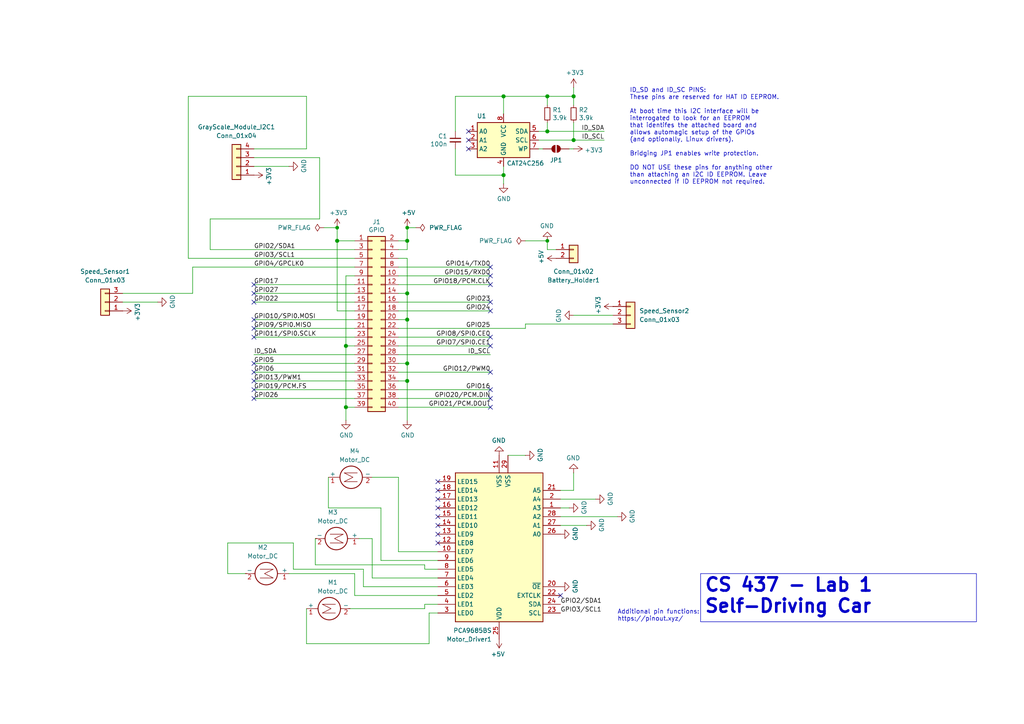
<source format=kicad_sch>
(kicad_sch (version 20250114) (generator "eeschema") (generator_version "9.0")
  (paper "A4")
  (title_block (date "15 nov 2012"))
  (lib_symbols
    (symbol "Connector_Generic:Conn_01x02" (pin_names (offset 1.016) (hide yes))
      (property "Reference" "J" (at 0 2.54 0))
      (property "Value" "Conn_01x02" (at 0 -5.08 0))
      (symbol "Conn_01x02_1_1"
        (rectangle (start -1.27 1.27) (end 1.27 -3.81) (stroke (width 0.254)) (fill (type background)))
        (rectangle (start -1.27 0.127) (end 0 -0.127) (stroke (width 0.1524)))
        (rectangle (start -1.27 -2.413) (end 0 -2.667) (stroke (width 0.1524)))
        (pin passive line (at -5.08 0 0) (length 3.81) (name "Pin_1") (number "1"))
        (pin passive line (at -5.08 -2.54 0) (length 3.81) (name "Pin_2") (number "2"))
      )
    )
    (symbol "Connector_Generic:Conn_01x03" (pin_names (offset 1.016) (hide yes))
      (property "Reference" "J" (at 0 5.08 0))
      (property "Value" "Conn_01x03" (at 0 -5.08 0))
      (symbol "Conn_01x03_1_1"
        (rectangle (start -1.27 3.81) (end 1.27 -3.81) (stroke (width 0.254)) (fill (type background)))
        (rectangle (start -1.27 2.667) (end 0 2.413) (stroke (width 0.1524)))
        (rectangle (start -1.27 0.127) (end 0 -0.127) (stroke (width 0.1524)))
        (rectangle (start -1.27 -2.413) (end 0 -2.667) (stroke (width 0.1524)))
        (pin passive line (at -5.08 2.54 0) (length 3.81) (name "Pin_1") (number "1"))
        (pin passive line (at -5.08 0 0) (length 3.81) (name "Pin_2") (number "2"))
        (pin passive line (at -5.08 -2.54 0) (length 3.81) (name "Pin_3") (number "3"))
      )
    )
    (symbol "Connector_Generic:Conn_01x04" (pin_names (offset 1.016) (hide yes))
      (property "Reference" "J" (at 0 5.08 0))
      (property "Value" "Conn_01x04" (at 0 -7.62 0))
      (symbol "Conn_01x04_1_1"
        (rectangle (start -1.27 3.81) (end 1.27 -6.35) (stroke (width 0.254)) (fill (type background)))
        (rectangle (start -1.27 2.667) (end 0 2.413) (stroke (width 0.1524)))
        (rectangle (start -1.27 0.127) (end 0 -0.127) (stroke (width 0.1524)))
        (rectangle (start -1.27 -2.413) (end 0 -2.667) (stroke (width 0.1524)))
        (rectangle (start -1.27 -4.953) (end 0 -5.207) (stroke (width 0.1524)))
        (pin passive line (at -5.08 2.54 0) (length 3.81) (name "Pin_1") (number "1"))
        (pin passive line (at -5.08 0 0) (length 3.81) (name "Pin_2") (number "2"))
        (pin passive line (at -5.08 -2.54 0) (length 3.81) (name "Pin_3") (number "3"))
        (pin passive line (at -5.08 -5.08 0) (length 3.81) (name "Pin_4") (number "4"))
      )
    )
    (symbol "Connector_Generic:Conn_02x20_Odd_Even" (pin_names (offset 1.016) (hide yes))
      (property "Reference" "J" (at 1.27 25.4 0))
      (property "Value" "Conn_02x20_Odd_Even" (at 1.27 -27.94 0))
      (symbol "Conn_02x20_Odd_Even_1_1"
        (rectangle (start -1.27 24.13) (end 3.81 -26.67) (stroke (width 0.254)) (fill (type background)))
        (rectangle (start -1.27 22.987) (end 0 22.733) (stroke (width 0.1524)))
        (rectangle (start -1.27 20.447) (end 0 20.193) (stroke (width 0.1524)))
        (rectangle (start -1.27 17.907) (end 0 17.653) (stroke (width 0.1524)))
        (rectangle (start -1.27 15.367) (end 0 15.113) (stroke (width 0.1524)))
        (rectangle (start -1.27 12.827) (end 0 12.573) (stroke (width 0.1524)))
        (rectangle (start -1.27 10.287) (end 0 10.033) (stroke (width 0.1524)))
        (rectangle (start -1.27 7.747) (end 0 7.493) (stroke (width 0.1524)))
        (rectangle (start -1.27 5.207) (end 0 4.953) (stroke (width 0.1524)))
        (rectangle (start -1.27 2.667) (end 0 2.413) (stroke (width 0.1524)))
        (rectangle (start -1.27 0.127) (end 0 -0.127) (stroke (width 0.1524)))
        (rectangle (start -1.27 -2.413) (end 0 -2.667) (stroke (width 0.1524)))
        (rectangle (start -1.27 -4.953) (end 0 -5.207) (stroke (width 0.1524)))
        (rectangle (start -1.27 -7.493) (end 0 -7.747) (stroke (width 0.1524)))
        (rectangle (start -1.27 -10.033) (end 0 -10.287) (stroke (width 0.1524)))
        (rectangle (start -1.27 -12.573) (end 0 -12.827) (stroke (width 0.1524)))
        (rectangle (start -1.27 -15.113) (end 0 -15.367) (stroke (width 0.1524)))
        (rectangle (start -1.27 -17.653) (end 0 -17.907) (stroke (width 0.1524)))
        (rectangle (start -1.27 -20.193) (end 0 -20.447) (stroke (width 0.1524)))
        (rectangle (start -1.27 -22.733) (end 0 -22.987) (stroke (width 0.1524)))
        (rectangle (start -1.27 -25.273) (end 0 -25.527) (stroke (width 0.1524)))
        (rectangle (start 3.81 22.987) (end 2.54 22.733) (stroke (width 0.1524)))
        (rectangle (start 3.81 20.447) (end 2.54 20.193) (stroke (width 0.1524)))
        (rectangle (start 3.81 17.907) (end 2.54 17.653) (stroke (width 0.1524)))
        (rectangle (start 3.81 15.367) (end 2.54 15.113) (stroke (width 0.1524)))
        (rectangle (start 3.81 12.827) (end 2.54 12.573) (stroke (width 0.1524)))
        (rectangle (start 3.81 10.287) (end 2.54 10.033) (stroke (width 0.1524)))
        (rectangle (start 3.81 7.747) (end 2.54 7.493) (stroke (width 0.1524)))
        (rectangle (start 3.81 5.207) (end 2.54 4.953) (stroke (width 0.1524)))
        (rectangle (start 3.81 2.667) (end 2.54 2.413) (stroke (width 0.1524)))
        (rectangle (start 3.81 0.127) (end 2.54 -0.127) (stroke (width 0.1524)))
        (rectangle (start 3.81 -2.413) (end 2.54 -2.667) (stroke (width 0.1524)))
        (rectangle (start 3.81 -4.953) (end 2.54 -5.207) (stroke (width 0.1524)))
        (rectangle (start 3.81 -7.493) (end 2.54 -7.747) (stroke (width 0.1524)))
        (rectangle (start 3.81 -10.033) (end 2.54 -10.287) (stroke (width 0.1524)))
        (rectangle (start 3.81 -12.573) (end 2.54 -12.827) (stroke (width 0.1524)))
        (rectangle (start 3.81 -15.113) (end 2.54 -15.367) (stroke (width 0.1524)))
        (rectangle (start 3.81 -17.653) (end 2.54 -17.907) (stroke (width 0.1524)))
        (rectangle (start 3.81 -20.193) (end 2.54 -20.447) (stroke (width 0.1524)))
        (rectangle (start 3.81 -22.733) (end 2.54 -22.987) (stroke (width 0.1524)))
        (rectangle (start 3.81 -25.273) (end 2.54 -25.527) (stroke (width 0.1524)))
        (pin passive line (at -5.08 22.86 0) (length 3.81) (name "Pin_1") (number "1"))
        (pin passive line (at -5.08 20.32 0) (length 3.81) (name "Pin_3") (number "3"))
        (pin passive line (at -5.08 17.78 0) (length 3.81) (name "Pin_5") (number "5"))
        (pin passive line (at -5.08 15.24 0) (length 3.81) (name "Pin_7") (number "7"))
        (pin passive line (at -5.08 12.7 0) (length 3.81) (name "Pin_9") (number "9"))
        (pin passive line (at -5.08 10.16 0) (length 3.81) (name "Pin_11") (number "11"))
        (pin passive line (at -5.08 7.62 0) (length 3.81) (name "Pin_13") (number "13"))
        (pin passive line (at -5.08 5.08 0) (length 3.81) (name "Pin_15") (number "15"))
        (pin passive line (at -5.08 2.54 0) (length 3.81) (name "Pin_17") (number "17"))
        (pin passive line (at -5.08 0 0) (length 3.81) (name "Pin_19") (number "19"))
        (pin passive line (at -5.08 -2.54 0) (length 3.81) (name "Pin_21") (number "21"))
        (pin passive line (at -5.08 -5.08 0) (length 3.81) (name "Pin_23") (number "23"))
        (pin passive line (at -5.08 -7.62 0) (length 3.81) (name "Pin_25") (number "25"))
        (pin passive line (at -5.08 -10.16 0) (length 3.81) (name "Pin_27") (number "27"))
        (pin passive line (at -5.08 -12.7 0) (length 3.81) (name "Pin_29") (number "29"))
        (pin passive line (at -5.08 -15.24 0) (length 3.81) (name "Pin_31") (number "31"))
        (pin passive line (at -5.08 -17.78 0) (length 3.81) (name "Pin_33") (number "33"))
        (pin passive line (at -5.08 -20.32 0) (length 3.81) (name "Pin_35") (number "35"))
        (pin passive line (at -5.08 -22.86 0) (length 3.81) (name "Pin_37") (number "37"))
        (pin passive line (at -5.08 -25.4 0) (length 3.81) (name "Pin_39") (number "39"))
        (pin passive line (at 7.62 22.86 180) (length 3.81) (name "Pin_2") (number "2"))
        (pin passive line (at 7.62 20.32 180) (length 3.81) (name "Pin_4") (number "4"))
        (pin passive line (at 7.62 17.78 180) (length 3.81) (name "Pin_6") (number "6"))
        (pin passive line (at 7.62 15.24 180) (length 3.81) (name "Pin_8") (number "8"))
        (pin passive line (at 7.62 12.7 180) (length 3.81) (name "Pin_10") (number "10"))
        (pin passive line (at 7.62 10.16 180) (length 3.81) (name "Pin_12") (number "12"))
        (pin passive line (at 7.62 7.62 180) (length 3.81) (name "Pin_14") (number "14"))
        (pin passive line (at 7.62 5.08 180) (length 3.81) (name "Pin_16") (number "16"))
        (pin passive line (at 7.62 2.54 180) (length 3.81) (name "Pin_18") (number "18"))
        (pin passive line (at 7.62 0 180) (length 3.81) (name "Pin_20") (number "20"))
        (pin passive line (at 7.62 -2.54 180) (length 3.81) (name "Pin_22") (number "22"))
        (pin passive line (at 7.62 -5.08 180) (length 3.81) (name "Pin_24") (number "24"))
        (pin passive line (at 7.62 -7.62 180) (length 3.81) (name "Pin_26") (number "26"))
        (pin passive line (at 7.62 -10.16 180) (length 3.81) (name "Pin_28") (number "28"))
        (pin passive line (at 7.62 -12.7 180) (length 3.81) (name "Pin_30") (number "30"))
        (pin passive line (at 7.62 -15.24 180) (length 3.81) (name "Pin_32") (number "32"))
        (pin passive line (at 7.62 -17.78 180) (length 3.81) (name "Pin_34") (number "34"))
        (pin passive line (at 7.62 -20.32 180) (length 3.81) (name "Pin_36") (number "36"))
        (pin passive line (at 7.62 -22.86 180) (length 3.81) (name "Pin_38") (number "38"))
        (pin passive line (at 7.62 -25.4 180) (length 3.81) (name "Pin_40") (number "40"))
      )
    )
    (symbol "Device:C_Small" (pin_numbers (hide yes)) (pin_names (offset 0.254) (hide yes))
      (property "Reference" "C" (at 0.254 1.778 0))
      (property "Value" "C_Small" (at 0.254 -2.032 0))
      (symbol "C_Small_0_1"
        (polyline (pts (xy -1.524 0.508) (xy 1.524 0.508)) (stroke (width 0.3048)))
        (polyline (pts (xy -1.524 -0.508) (xy 1.524 -0.508)) (stroke (width 0.3302)))
      )
      (symbol "C_Small_1_1"
        (pin passive line (at 0 2.54 270) (length 2.032) (name "~") (number "1"))
        (pin passive line (at 0 -2.54 90) (length 2.032) (name "~") (number "2"))
      )
    )
    (symbol "Device:R_Small" (pin_numbers (hide yes)) (pin_names (offset 0.254) (hide yes))
      (property "Reference" "R" (at 0.762 0.508 0))
      (property "Value" "R_Small" (at 0.762 -1.016 0))
      (symbol "R_Small_0_1"
        (rectangle (start -0.762 1.778) (end 0.762 -1.778) (stroke (width 0.2032)))
      )
      (symbol "R_Small_1_1"
        (pin passive line (at 0 2.54 270) (length 0.762) (name "~") (number "1"))
        (pin passive line (at 0 -2.54 90) (length 0.762) (name "~") (number "2"))
      )
    )
    (symbol "Driver_LED:PCA9685BS"
      (property "Reference" "U" (at -12.7 22.225 0))
      (property "Value" "PCA9685BS" (at 1.27 22.225 0))
      (symbol "PCA9685BS_0_1"
        (rectangle (start -12.7 20.32) (end 12.7 -22.86) (stroke (width 0.254)) (fill (type background)))
      )
      (symbol "PCA9685BS_1_1"
        (pin input line (at -17.78 17.78 0) (length 5.08) (name "SCL") (number "23"))
        (pin bidirectional line (at -17.78 15.24 0) (length 5.08) (name "SDA") (number "24"))
        (pin input line (at -17.78 12.7 0) (length 5.08) (name "EXTCLK") (number "22"))
        (pin input line (at -17.78 10.16 0) (length 5.08) (name "~{OE}") (number "20"))
        (pin input line (at -17.78 -5.08 0) (length 5.08) (name "A0") (number "26"))
        (pin input line (at -17.78 -7.62 0) (length 5.08) (name "A1") (number "27"))
        (pin input line (at -17.78 -10.16 0) (length 5.08) (name "A2") (number "28"))
        (pin input line (at -17.78 -12.7 0) (length 5.08) (name "A3") (number "1"))
        (pin input line (at -17.78 -15.24 0) (length 5.08) (name "A4") (number "2"))
        (pin input line (at -17.78 -17.78 0) (length 5.08) (name "A5") (number "21"))
        (pin power_in line (at -2.54 -27.94 90) (length 5.08) (name "VSS") (number "29"))
        (pin power_in line (at 0 25.4 270) (length 5.08) (name "VDD") (number "25"))
        (pin power_in line (at 0 -27.94 90) (length 5.08) (name "VSS") (number "11"))
        (pin output line (at 17.78 17.78 180) (length 5.08) (name "LED0") (number "3"))
        (pin output line (at 17.78 15.24 180) (length 5.08) (name "LED1") (number "4"))
        (pin output line (at 17.78 12.7 180) (length 5.08) (name "LED2") (number "5"))
        (pin output line (at 17.78 10.16 180) (length 5.08) (name "LED3") (number "6"))
        (pin output line (at 17.78 7.62 180) (length 5.08) (name "LED4") (number "7"))
        (pin output line (at 17.78 5.08 180) (length 5.08) (name "LED5") (number "8"))
        (pin output line (at 17.78 2.54 180) (length 5.08) (name "LED6") (number "9"))
        (pin output line (at 17.78 0 180) (length 5.08) (name "LED7") (number "10"))
        (pin output line (at 17.78 -2.54 180) (length 5.08) (name "LED8") (number "12"))
        (pin output line (at 17.78 -5.08 180) (length 5.08) (name "LED9") (number "13"))
        (pin output line (at 17.78 -7.62 180) (length 5.08) (name "LED10") (number "14"))
        (pin output line (at 17.78 -10.16 180) (length 5.08) (name "LED11") (number "15"))
        (pin output line (at 17.78 -12.7 180) (length 5.08) (name "LED12") (number "16"))
        (pin output line (at 17.78 -15.24 180) (length 5.08) (name "LED13") (number "17"))
        (pin output line (at 17.78 -17.78 180) (length 5.08) (name "LED14") (number "18"))
        (pin output line (at 17.78 -20.32 180) (length 5.08) (name "LED15") (number "19"))
      )
    )
    (symbol "Jumper:SolderJumper_2_Open" (pin_numbers (hide yes)) (pin_names (offset 0) (hide yes)) (exclude_from_sim yes) (in_bom no)
      (property "Reference" "JP" (at 0 2.032 0))
      (property "Value" "SolderJumper_2_Open" (at 0 -2.54 0))
      (symbol "SolderJumper_2_Open_0_1"
        (polyline (pts (xy -0.254 1.016) (xy -0.254 -1.016)))
        (arc (start -0.254 -1.016) (mid -1.2656 0) (end -0.254 1.016))
        (arc (start -0.254 -1.016) (mid -1.2656 0) (end -0.254 1.016) (fill (type outline)))
        (arc (start 0.254 1.016) (mid 1.2656 0) (end 0.254 -1.016))
        (arc (start 0.254 1.016) (mid 1.2656 0) (end 0.254 -1.016) (fill (type outline)))
        (polyline (pts (xy 0.254 1.016) (xy 0.254 -1.016)))
      )
      (symbol "SolderJumper_2_Open_1_1"
        (pin passive line (at -3.81 0 0) (length 2.54) (name "A") (number "1"))
        (pin passive line (at 3.81 0 180) (length 2.54) (name "B") (number "2"))
      )
    )
    (symbol "Memory_EEPROM:CAT24C256"
      (property "Reference" "U" (at -6.35 6.35 0))
      (property "Value" "CAT24C256" (at 1.27 6.35 0))
      (symbol "CAT24C256_1_1"
        (rectangle (start -7.62 5.08) (end 7.62 -5.08) (stroke (width 0.254)) (fill (type background)))
        (pin input line (at -10.16 2.54 0) (length 2.54) (name "A0") (number "1"))
        (pin input line (at -10.16 0 0) (length 2.54) (name "A1") (number "2"))
        (pin input line (at -10.16 -2.54 0) (length 2.54) (name "A2") (number "3"))
        (pin power_in line (at 0 7.62 270) (length 2.54) (name "VCC") (number "8"))
        (pin power_in line (at 0 -7.62 90) (length 2.54) (name "GND") (number "4"))
        (pin bidirectional line (at 10.16 2.54 180) (length 2.54) (name "SDA") (number "5"))
        (pin input line (at 10.16 0 180) (length 2.54) (name "SCL") (number "6"))
        (pin input line (at 10.16 -2.54 180) (length 2.54) (name "WP") (number "7"))
      )
    )
    (symbol "Motor:Motor_DC" (pin_names (offset 0))
      (property "Reference" "M" (at 2.54 2.54 0))
      (property "Value" "Motor_DC" (at 2.54 -5.08 0))
      (symbol "Motor_DC_0_0"
        (polyline (pts (xy -1.27 -3.302) (xy -1.27 0.508) (xy 0 -2.032) (xy 1.27 0.508) (xy 1.27 -3.302)))
      )
      (symbol "Motor_DC_0_1"
        (polyline (pts (xy 0 2.032) (xy 0 2.54)))
        (polyline (pts (xy 0 1.7272) (xy 0 2.0828)))
        (circle (center 0 -1.524) (radius 3.2512) (stroke (width 0.254)))
        (polyline (pts (xy 0 -4.7752) (xy 0 -5.1816)))
        (polyline (pts (xy 0 -7.62) (xy 0 -7.112)))
      )
      (symbol "Motor_DC_1_1"
        (pin passive line (at 0 5.08 270) (length 2.54) (name "+") (number "1"))
        (pin passive line (at 0 -7.62 90) (length 2.54) (name "-") (number "2"))
      )
    )
    (symbol "power:+3.3V" (power) (pin_numbers (hide yes)) (pin_names (offset 0) (hide yes))
      (property "Value" "+3.3V" (at 0 3.556 0))
      (symbol "+3.3V_0_1"
        (polyline (pts (xy -0.762 1.27) (xy 0 2.54)))
        (polyline (pts (xy 0 2.54) (xy 0.762 1.27)))
        (polyline (pts (xy 0 0) (xy 0 2.54)))
      )
      (symbol "+3.3V_1_1"
        (pin power_in line (at 0 0 90) (length 0) (name "~") (number "1"))
      )
    )
    (symbol "power:+5V" (power) (pin_numbers (hide yes)) (pin_names (offset 0) (hide yes))
      (property "Value" "+5V" (at 0 3.556 0))
      (symbol "+5V_0_1"
        (polyline (pts (xy -0.762 1.27) (xy 0 2.54)))
        (polyline (pts (xy 0 2.54) (xy 0.762 1.27)))
        (polyline (pts (xy 0 0) (xy 0 2.54)))
      )
      (symbol "+5V_1_1"
        (pin power_in line (at 0 0 90) (length 0) (name "~") (number "1"))
      )
    )
    (symbol "power:GND" (power) (pin_numbers (hide yes)) (pin_names (offset 0) (hide yes))
      (property "Value" "GND" (at 0 -3.81 0))
      (symbol "GND_0_1"
        (polyline (pts (xy 0 0) (xy 0 -1.27) (xy 1.27 -1.27) (xy 0 -2.54) (xy -1.27 -1.27) (xy 0 -1.27)))
      )
      (symbol "GND_1_1"
        (pin power_in line (at 0 0 270) (length 0) (name "~") (number "1"))
      )
    )
    (symbol "power:PWR_FLAG" (power) (pin_numbers (hide yes)) (pin_names (offset 0) (hide yes))
      (property "Value" "PWR_FLAG" (at 0 3.81 0))
      (symbol "PWR_FLAG_0_0"
        (pin power_out line (at 0 0 90) (length 0) (name "~") (number "1"))
      )
      (symbol "PWR_FLAG_0_1"
        (polyline (pts (xy 0 0) (xy 0 1.27) (xy -1.016 1.905) (xy 0 2.54) (xy 1.016 1.905) (xy 0 1.27)))
      )
    )
  )
  (text "Additional pin functions:\nhttps://pinout.xyz/" (at 179.07 180.34 0) (effects (font (size 1.27 1.27)) (justify left bottom)))
  (text "ID_SD and ID_SC PINS:\nThese pins are reserved for HAT ID EEPROM.\n\nAt boot time this I2C interface will be\ninterrogated to look for an EEPROM\nthat identifes the attached board and\nallows automagic setup of the GPIOs\n(and optionally, Linux drivers).\n\nBridging JP1 enables write protection.\n\nDO NOT USE these pins for anything other\nthan attaching an I2C ID EEPROM. Leave\nunconnected if ID EEPROM not required." (at 182.626 53.594 0) (effects (font (size 1.27 1.27)) (justify left bottom)))
  (text_box "CS 437 - Lab 1 \nSelf-Driving Car\n" (at 203.2 166.37 0) (size 80.01 13.97) (margins 0.9525 0.9525 0.9525 0.9525) (effects (font (size 3.81 3.81) (thickness 0.762) (bold yes)) (justify left top)))
  (junction (at 158.75 38.1) (diameter 1.016))
  (junction (at 118.11 69.85) (diameter 1.016))
  (junction (at 146.05 50.8) (diameter 1.016))
  (junction (at 97.79 66.04))
  (junction (at 118.11 85.09) (diameter 1.016))
  (junction (at 146.05 27.94) (diameter 1.016))
  (junction (at 118.11 66.04))
  (junction (at 166.37 27.94) (diameter 1.016))
  (junction (at 158.75 69.85))
  (junction (at 100.33 118.11) (diameter 1.016))
  (junction (at 100.33 100.33) (diameter 1.016))
  (junction (at 118.11 110.49) (diameter 1.016))
  (junction (at 118.11 105.41) (diameter 1.016))
  (junction (at 118.11 92.71) (diameter 1.016))
  (junction (at 166.37 40.64) (diameter 1.016))
  (junction (at 97.79 69.85) (diameter 1.016))
  (junction (at 158.75 27.94) (diameter 1.016))
  (no_connect (at 162.56 172.72))
  (no_connect (at 135.89 38.1))
  (no_connect (at 135.89 40.64))
  (no_connect (at 135.89 43.18))
  (no_connect (at 73.66 110.49))
  (no_connect (at 73.66 95.25))
  (no_connect (at 73.66 115.57))
  (no_connect (at 142.24 87.63))
  (no_connect (at 127 149.86))
  (no_connect (at 142.24 77.47))
  (no_connect (at 127 152.4))
  (no_connect (at 73.66 87.63))
  (no_connect (at 127 157.48))
  (no_connect (at 142.24 90.17))
  (no_connect (at 73.66 97.79))
  (no_connect (at 142.24 118.11))
  (no_connect (at 73.66 92.71))
  (no_connect (at 142.24 80.01))
  (no_connect (at 127 147.32))
  (no_connect (at 142.24 82.55))
  (no_connect (at 73.66 85.09))
  (no_connect (at 127 142.24))
  (no_connect (at 142.24 100.33))
  (no_connect (at 142.24 113.03))
  (no_connect (at 142.24 97.79))
  (no_connect (at 73.66 113.03))
  (no_connect (at 73.66 82.55))
  (no_connect (at 127 154.94))
  (no_connect (at 127 139.7))
  (no_connect (at 127 144.78))
  (no_connect (at 142.24 115.57))
  (no_connect (at 73.66 105.41))
  (no_connect (at 73.66 107.95))
  (no_connect (at 142.24 107.95))
  (wire (pts (xy 100.33 100.33) (xy 100.33 118.11)))
  (wire (pts (xy 115.57 100.33) (xy 142.24 100.33)))
  (wire (pts (xy 118.11 66.04) (xy 120.65 66.04)))
  (wire (pts (xy 102.87 82.55) (xy 73.66 82.55)))
  (wire (pts (xy 146.05 27.94) (xy 158.75 27.94)))
  (wire (pts (xy 166.37 27.94) (xy 158.75 27.94)))
  (wire (pts (xy 166.37 30.48) (xy 166.37 27.94)))
  (wire (pts (xy 54.61 27.94) (xy 54.61 74.93)))
  (wire (pts (xy 55.88 85.09) (xy 55.88 77.47)))
  (wire (pts (xy 102.87 166.37) (xy 102.87 172.72)))
  (wire (pts (xy 118.11 74.93) (xy 118.11 85.09)))
  (wire (pts (xy 118.11 92.71) (xy 115.57 92.71)))
  (wire (pts (xy 115.57 160.02) (xy 127 160.02)))
  (wire (pts (xy 73.66 43.18) (xy 88.9 43.18)))
  (wire (pts (xy 177.8 93.98) (xy 152.4 93.98)))
  (wire (pts (xy 118.11 105.41) (xy 118.11 110.49)))
  (wire (pts (xy 115.57 138.43) (xy 115.57 160.02)))
  (wire (pts (xy 102.87 172.72) (xy 127 172.72)))
  (wire (pts (xy 162.56 142.24) (xy 166.37 142.24)))
  (wire (pts (xy 66.04 166.37) (xy 66.04 157.48)))
  (wire (pts (xy 118.11 92.71) (xy 118.11 105.41)))
  (wire (pts (xy 95.25 138.43) (xy 95.25 147.32)))
  (wire (pts (xy 115.57 77.47) (xy 142.24 77.47)))
  (wire (pts (xy 83.82 166.37) (xy 102.87 166.37)))
  (wire (pts (xy 100.33 80.01) (xy 100.33 100.33)))
  (wire (pts (xy 73.66 48.26) (xy 83.82 48.26)))
  (wire (pts (xy 156.21 38.1) (xy 158.75 38.1)))
  (wire (pts (xy 158.75 38.1) (xy 175.26 38.1)))
  (wire (pts (xy 95.25 147.32) (xy 110.49 147.32)))
  (wire (pts (xy 162.56 149.86) (xy 179.07 149.86)))
  (wire (pts (xy 85.09 157.48) (xy 85.09 165.1)))
  (wire (pts (xy 100.33 80.01) (xy 102.87 80.01)))
  (wire (pts (xy 156.21 43.18) (xy 157.48 43.18)))
  (wire (pts (xy 165.1 43.18) (xy 166.37 43.18)))
  (wire (pts (xy 85.09 165.1) (xy 105.41 165.1)))
  (wire (pts (xy 115.57 97.79) (xy 142.24 97.79)))
  (wire (pts (xy 102.87 102.87) (xy 73.66 102.87)))
  (wire (pts (xy 123.19 175.26) (xy 127 175.26)))
  (wire (pts (xy 73.66 105.41) (xy 102.87 105.41)))
  (wire (pts (xy 105.41 165.1) (xy 105.41 170.18)))
  (wire (pts (xy 92.71 63.5) (xy 60.96 63.5)))
  (wire (pts (xy 161.29 72.39) (xy 158.75 72.39)))
  (wire (pts (xy 147.32 132.08) (xy 152.4 132.08)))
  (wire (pts (xy 100.33 100.33) (xy 102.87 100.33)))
  (wire (pts (xy 166.37 25.4) (xy 166.37 27.94)))
  (wire (pts (xy 105.41 170.18) (xy 127 170.18)))
  (wire (pts (xy 115.57 87.63) (xy 142.24 87.63)))
  (wire (pts (xy 146.05 27.94) (xy 146.05 33.02)))
  (wire (pts (xy 162.56 147.32) (xy 165.1 147.32)))
  (wire (pts (xy 115.57 118.11) (xy 142.24 118.11)))
  (wire (pts (xy 100.33 118.11) (xy 100.33 121.92)))
  (wire (pts (xy 73.66 85.09) (xy 102.87 85.09)))
  (wire (pts (xy 166.37 35.56) (xy 166.37 40.64)))
  (wire (pts (xy 97.79 66.04) (xy 97.79 69.85)))
  (wire (pts (xy 91.44 156.21) (xy 91.44 163.83)))
  (wire (pts (xy 110.49 162.56) (xy 127 162.56)))
  (wire (pts (xy 118.11 110.49) (xy 115.57 110.49)))
  (wire (pts (xy 73.66 97.79) (xy 102.87 97.79)))
  (wire (pts (xy 166.37 91.44) (xy 177.8 91.44)))
  (wire (pts (xy 97.79 90.17) (xy 102.87 90.17)))
  (wire (pts (xy 88.9 186.69) (xy 124.46 186.69)))
  (wire (pts (xy 118.11 69.85) (xy 118.11 72.39)))
  (wire (pts (xy 60.96 63.5) (xy 60.96 72.39)))
  (wire (pts (xy 118.11 85.09) (xy 118.11 92.71)))
  (wire (pts (xy 115.57 82.55) (xy 142.24 82.55)))
  (wire (pts (xy 71.12 166.37) (xy 66.04 166.37)))
  (wire (pts (xy 118.11 85.09) (xy 115.57 85.09)))
  (wire (pts (xy 118.11 66.04) (xy 118.11 69.85)))
  (wire (pts (xy 158.75 27.94) (xy 158.75 30.48)))
  (wire (pts (xy 60.96 72.39) (xy 102.87 72.39)))
  (wire (pts (xy 91.44 163.83) (xy 123.19 163.83)))
  (wire (pts (xy 107.95 138.43) (xy 115.57 138.43)))
  (wire (pts (xy 118.11 69.85) (xy 115.57 69.85)))
  (wire (pts (xy 97.79 69.85) (xy 97.79 90.17)))
  (wire (pts (xy 115.57 90.17) (xy 142.24 90.17)))
  (wire (pts (xy 115.57 80.01) (xy 142.24 80.01)))
  (wire (pts (xy 35.56 87.63) (xy 45.72 87.63)))
  (wire (pts (xy 101.6 176.53) (xy 123.19 176.53)))
  (wire (pts (xy 158.75 35.56) (xy 158.75 38.1)))
  (wire (pts (xy 162.56 152.4) (xy 170.18 152.4)))
  (wire (pts (xy 107.95 156.21) (xy 107.95 167.64)))
  (wire (pts (xy 156.21 40.64) (xy 166.37 40.64)))
  (wire (pts (xy 166.37 40.64) (xy 175.26 40.64)))
  (wire (pts (xy 110.49 147.32) (xy 110.49 162.56)))
  (wire (pts (xy 73.66 87.63) (xy 102.87 87.63)))
  (wire (pts (xy 35.56 85.09) (xy 55.88 85.09)))
  (wire (pts (xy 166.37 137.16) (xy 166.37 142.24)))
  (wire (pts (xy 73.66 95.25) (xy 102.87 95.25)))
  (wire (pts (xy 158.75 72.39) (xy 158.75 69.85)))
  (wire (pts (xy 73.66 107.95) (xy 102.87 107.95)))
  (wire (pts (xy 118.11 72.39) (xy 115.57 72.39)))
  (wire (pts (xy 88.9 43.18) (xy 88.9 27.94)))
  (wire (pts (xy 73.66 113.03) (xy 102.87 113.03)))
  (wire (pts (xy 115.57 113.03) (xy 142.24 113.03)))
  (wire (pts (xy 124.46 186.69) (xy 124.46 177.8)))
  (wire (pts (xy 115.57 107.95) (xy 142.24 107.95)))
  (wire (pts (xy 100.33 118.11) (xy 102.87 118.11)))
  (wire (pts (xy 107.95 167.64) (xy 127 167.64)))
  (wire (pts (xy 115.57 115.57) (xy 142.24 115.57)))
  (wire (pts (xy 118.11 74.93) (xy 115.57 74.93)))
  (wire (pts (xy 124.46 177.8) (xy 127 177.8)))
  (wire (pts (xy 66.04 157.48) (xy 85.09 157.48)))
  (wire (pts (xy 73.66 115.57) (xy 102.87 115.57)))
  (wire (pts (xy 54.61 74.93) (xy 102.87 74.93)))
  (wire (pts (xy 88.9 27.94) (xy 54.61 27.94)))
  (wire (pts (xy 123.19 163.83) (xy 123.19 165.1)))
  (wire (pts (xy 123.19 176.53) (xy 123.19 175.26)))
  (wire (pts (xy 92.71 45.72) (xy 92.71 63.5)))
  (wire (pts (xy 132.08 27.94) (xy 132.08 38.1)))
  (wire (pts (xy 132.08 43.18) (xy 132.08 50.8)))
  (wire (pts (xy 132.08 50.8) (xy 146.05 50.8)))
  (wire (pts (xy 146.05 27.94) (xy 132.08 27.94)))
  (wire (pts (xy 73.66 45.72) (xy 92.71 45.72)))
  (wire (pts (xy 104.14 156.21) (xy 107.95 156.21)))
  (wire (pts (xy 146.05 48.26) (xy 146.05 50.8)))
  (wire (pts (xy 146.05 50.8) (xy 146.05 53.34)))
  (wire (pts (xy 88.9 176.53) (xy 88.9 186.69)))
  (wire (pts (xy 152.4 93.98) (xy 152.4 95.25)))
  (wire (pts (xy 118.11 110.49) (xy 118.11 121.92)))
  (wire (pts (xy 115.57 95.25) (xy 152.4 95.25)))
  (wire (pts (xy 102.87 110.49) (xy 73.66 110.49)))
  (wire (pts (xy 162.56 144.78) (xy 172.72 144.78)))
  (wire (pts (xy 152.4 69.85) (xy 158.75 69.85)))
  (wire (pts (xy 123.19 165.1) (xy 127 165.1)))
  (wire (pts (xy 93.98 66.04) (xy 97.79 66.04)))
  (wire (pts (xy 118.11 105.41) (xy 115.57 105.41)))
  (wire (pts (xy 97.79 69.85) (xy 102.87 69.85)))
  (wire (pts (xy 55.88 77.47) (xy 102.87 77.47)))
  (wire (pts (xy 102.87 92.71) (xy 73.66 92.71)))
  (wire (pts (xy 115.57 102.87) (xy 142.24 102.87)))
  (label "ID_SDA" (at 73.66 102.87 0))
  (label "GPIO6" (at 73.66 107.95 0))
  (label "ID_SDA" (at 175.26 38.1 180))
  (label "ID_SCL" (at 142.24 102.87 180))
  (label "GPIO5" (at 73.66 105.41 0))
  (label "GPIO21{slash}PCM.DOUT" (at 142.24 118.11 180))
  (label "GPIO19{slash}PCM.FS" (at 73.66 113.03 0))
  (label "GPIO10{slash}SPI0.MOSI" (at 73.66 92.71 0))
  (label "GPIO9{slash}SPI0.MISO" (at 73.66 95.25 0))
  (label "GPIO23" (at 142.24 87.63 180))
  (label "GPIO4{slash}GPCLK0" (at 73.66 77.47 0))
  (label "GPIO27" (at 73.66 85.09 0))
  (label "GPIO26" (at 73.66 115.57 0))
  (label "GPIO14{slash}TXD0" (at 142.24 77.47 180))
  (label "GPIO8{slash}SPI0.CE0" (at 142.24 97.79 180))
  (label "GPIO15{slash}RXD0" (at 142.24 80.01 180))
  (label "GPIO16" (at 142.24 113.03 180))
  (label "GPIO22" (at 73.66 87.63 0))
  (label "GPIO2{slash}SDA1" (at 73.66 72.39 0))
  (label "GPIO17" (at 73.66 82.55 0))
  (label "GPIO25" (at 142.24 95.25 180))
  (label "GPIO3{slash}SCL1" (at 73.66 74.93 0))
  (label "GPIO18{slash}PCM.CLK" (at 142.24 82.55 180))
  (label "GPIO12{slash}PWM0" (at 142.24 107.95 180))
  (label "GPIO13{slash}PWM1" (at 73.66 110.49 0))
  (label "GPIO20{slash}PCM.DIN" (at 142.24 115.57 180))
  (label "GPIO24" (at 142.24 90.17 180))
  (label "GPIO7{slash}SPI0.CE1" (at 142.24 100.33 180))
  (label "GPIO2{slash}SDA1" (at 162.56 175.26 0))
  (label "GPIO3{slash}SCL1" (at 162.56 177.8 0))
  (label "ID_SCL" (at 175.26 40.64 180))
  (label "GPIO11{slash}SPI0.SCLK" (at 73.66 97.79 0))
  (symbol (lib_id "power:+5V") (at 118.11 66.04 0) (unit 1)
    (property "Reference" "#PWR01" (effects (hide yes)))
    (property "Value" "+5V" (at 118.4783 61.7156 0))
    (property "Description" "Power symbol creates a global label with name \"+5V\"" (effects (hide yes)))
  )
  (symbol (lib_id "power:+3.3V") (at 97.79 66.04 0) (unit 1)
    (property "Reference" "#PWR04" (effects (hide yes)))
    (property "Value" "+3V3" (at 98.1583 61.7156 0))
    (property "Description" "Power symbol creates a global label with name \"+3.3V\"" (effects (hide yes)))
  )
  (symbol (lib_id "power:GND") (at 118.11 121.92 0) (unit 1)
    (property "Reference" "#PWR02" (effects (hide yes)))
    (property "Value" "GND" (at 118.2243 126.2444 0))
    (property "Description" "Power symbol creates a global label with name \"GND\" , ground" (effects (hide yes)))
  )
  (symbol (lib_id "power:GND") (at 100.33 121.92 0) (unit 1)
    (property "Reference" "#PWR03" (effects (hide yes)))
    (property "Value" "GND" (at 100.4443 126.2444 0))
    (property "Description" "Power symbol creates a global label with name \"GND\" , ground" (effects (hide yes)))
  )
  (symbol (lib_id "Connector_Generic:Conn_02x20_Odd_Even") (at 107.95 92.71 0) (unit 1)
    (property "Reference" "J1" (at 109.22 64.3698 0))
    (property "Value" "GPIO" (at 109.22 66.675 0))
    (property "Footprint" "Connector_PinSocket_2.54mm:PinSocket_2x20_P2.54mm_Vertical" (effects (hide yes)))
    (property "Description" "Generic connector, double row, 02x20, odd/even pin numbering scheme (row 1 odd numbers, row 2 even numbers), script generated (kicad-library-utils/schlib/autogen/connector/)" (effects (hide yes)))
  )
  (symbol (lib_id "power:GND") (at 152.4 132.08 90) (unit 1)
    (property "Reference" "#PWR015" (effects (hide yes)))
    (property "Value" "GND" (at 156.7244 131.9657 0))
    (property "Description" "Power symbol creates a global label with name \"GND\" , ground" (effects (hide yes)))
  )
  (symbol (lib_id "Device:C_Small") (at 132.08 40.64 0) (unit 1)
    (property "Reference" "C1" (at 129.7558 39.4906 0) (effects (justify right)))
    (property "Value" "100n" (at 129.7558 41.7893 0) (effects (justify right)))
    (property "Footprint" "Capacitor_SMD:C_0603_1608Metric" (effects (hide yes)))
    (property "Description" "Unpolarized capacitor, small symbol" (effects (hide yes)))
  )
  (symbol (lib_id "Connector_Generic:Conn_01x04") (at 68.58 48.26 180) (unit 1)
    (property "Reference" "GrayScale_Module_I2C1" (at 68.58 36.83 0))
    (property "Value" "Conn_01x04" (at 68.58 39.37 0))
    (property "Footprint" "Connector_PinHeader_2.54mm:PinHeader_1x04_P2.54mm_Vertical" (effects (hide yes)))
    (property "Description" "Generic connector, single row, 01x04, script generated (kicad-library-utils/schlib/autogen/connector/)" (effects (hide yes)))
  )
  (symbol (lib_id "Motor:Motor_DC") (at 99.06 156.21 270) (unit 1)
    (property "Reference" "M3" (at 96.52 148.59 90))
    (property "Value" "Motor_DC" (at 96.52 151.13 90))
    (property "Footprint" "Connector_PinHeader_2.54mm:PinHeader_1x02_P2.54mm_Vertical" (effects (hide yes)))
    (property "Description" "DC Motor" (effects (hide yes)))
  )
  (symbol (lib_id "Device:R_Small") (at 158.75 33.02 0) (unit 1)
    (property "Reference" "R1" (at 160.2486 31.877 0) (effects (justify left)))
    (property "Value" "3.9k" (at 160.2487 34.1693 0) (effects (justify left)))
    (property "Footprint" "Resistor_SMD:R_0603_1608Metric" (effects (hide yes)))
    (property "Description" "Resistor, small symbol" (effects (hide yes)))
  )
  (symbol (lib_id "Jumper:SolderJumper_2_Open") (at 161.29 43.18 0) (unit 1)
    (property "Reference" "JP1" (at 161.29 46.463 0))
    (property "Value" "ID_WP" (effects (hide yes)))
    (property "Footprint" "Jumper:SolderJumper-2_P1.3mm_Open_Pad1.0x1.5mm" (effects (hide yes)))
    (property "Description" "Solder Jumper, 2-pole, open" (effects (hide yes)))
  )
  (symbol (lib_id "Device:R_Small") (at 166.37 33.02 0) (unit 1)
    (property "Reference" "R2" (at 167.8686 31.877 0) (effects (justify left)))
    (property "Value" "3.9k" (at 167.8687 34.1693 0) (effects (justify left)))
    (property "Footprint" "Resistor_SMD:R_0603_1608Metric" (effects (hide yes)))
    (property "Description" "Resistor, small symbol" (effects (hide yes)))
  )
  (symbol (lib_id "power:GND") (at 83.82 48.26 90) (unit 1)
    (property "Reference" "#PWR08" (effects (hide yes)))
    (property "Value" "GND" (at 88.1444 48.1457 0))
    (property "Description" "Power symbol creates a global label with name \"GND\" , ground" (effects (hide yes)))
  )
  (symbol (lib_id "power:+3.3V") (at 166.37 25.4 0) (unit 1)
    (property "Reference" "#PWR0101" (effects (hide yes)))
    (property "Value" "+3V3" (at 166.7383 21.0756 0))
    (property "Description" "Power symbol creates a global label with name \"+3.3V\"" (effects (hide yes)))
  )
  (symbol (lib_id "Driver_LED:PCA9685BS") (at 144.78 160.02 180) (unit 1)
    (property "Reference" "Motor_Driver1" (at 142.6367 185.42 0) (effects (justify left)))
    (property "Value" "PCA9685BS" (at 142.6367 182.88 0) (effects (justify left)))
    (property "Footprint" "Package_DFN_QFN:QFN-28-1EP_6x6mm_P0.65mm_EP4.25x4.25mm" (effects (hide yes)))
    (property "Datasheet" "http://www.nxp.com/docs/en/data-sheet/PCA9685.pdf" (effects (hide yes)))
    (property "Description" "16-channel 12-bit PWM Fm+ I2C-bus LED controller RGBA QFN" (effects (hide yes)))
  )
  (symbol (lib_id "power:PWR_FLAG") (at 120.65 66.04 270) (unit 1)
    (property "Reference" "#FLG01" (effects (hide yes)))
    (property "Value" "PWR_FLAG" (at 124.46 66.0399 90) (effects (justify left)))
    (property "Description" "Special symbol for telling ERC where power comes from" (effects (hide yes)))
  )
  (symbol (lib_id "power:GND") (at 170.18 152.4 90) (unit 1)
    (property "Reference" "#PWR018" (effects (hide yes)))
    (property "Value" "GND" (at 174.5044 152.2857 0))
    (property "Description" "Power symbol creates a global label with name \"GND\" , ground" (effects (hide yes)))
  )
  (symbol (lib_id "Memory_EEPROM:CAT24C256") (at 146.05 40.64 0) (unit 1)
    (property "Reference" "U1" (at 139.7 33.6358 0))
    (property "Value" "CAT24C256" (at 152.4 47.3645 0))
    (property "Footprint" "Package_SO:SOIC-8_3.9x4.9mm_P1.27mm" (effects (hide yes)))
    (property "Datasheet" "https://www.onsemi.cn/PowerSolutions/document/CAT24C256-D.PDF" (effects (hide yes)))
    (property "Description" "256 kb CMOS Serial EEPROM, DIP-8/SOIC-8/TSSOP-8/DFN-8" (effects (hide yes)))
  )
  (symbol (lib_id "power:GND") (at 162.56 154.94 90) (unit 1)
    (property "Reference" "#PWR017" (effects (hide yes)))
    (property "Value" "GND" (at 166.8844 154.8257 0))
    (property "Description" "Power symbol creates a global label with name \"GND\" , ground" (effects (hide yes)))
  )
  (symbol (lib_id "power:+5V") (at 144.78 185.42 180) (unit 1)
    (property "Reference" "#PWR013" (effects (hide yes)))
    (property "Value" "+5V" (at 144.4117 189.7444 0))
    (property "Description" "Power symbol creates a global label with name \"+5V\"" (effects (hide yes)))
  )
  (symbol (lib_id "power:GND") (at 165.1 147.32 90) (unit 1)
    (property "Reference" "#PWR020" (effects (hide yes)))
    (property "Value" "GND" (at 169.4244 147.2057 0))
    (property "Description" "Power symbol creates a global label with name \"GND\" , ground" (effects (hide yes)))
  )
  (symbol (lib_id "power:+3.3V") (at 73.66 50.8 270) (unit 1)
    (property "Reference" "#PWR07" (effects (hide yes)))
    (property "Value" "+3V3" (at 77.9844 51.1683 0))
    (property "Description" "Power symbol creates a global label with name \"+3.3V\"" (effects (hide yes)))
  )
  (symbol (lib_id "power:GND") (at 179.07 149.86 90) (unit 1)
    (property "Reference" "#PWR019" (effects (hide yes)))
    (property "Value" "GND" (at 183.3944 149.7457 0))
    (property "Description" "Power symbol creates a global label with name \"GND\" , ground" (effects (hide yes)))
  )
  (symbol (lib_id "power:GND") (at 166.37 91.44 270) (unit 1)
    (property "Reference" "#PWR010" (effects (hide yes)))
    (property "Value" "GND" (at 162.0456 91.5543 0))
    (property "Description" "Power symbol creates a global label with name \"GND\" , ground" (effects (hide yes)))
  )
  (symbol (lib_id "power:GND") (at 144.78 132.08 180) (unit 1)
    (property "Reference" "#PWR014" (effects (hide yes)))
    (property "Value" "GND" (at 144.6657 127.7556 0))
    (property "Description" "Power symbol creates a global label with name \"GND\" , ground" (effects (hide yes)))
  )
  (symbol (lib_id "Motor:Motor_DC") (at 78.74 166.37 270) (unit 1)
    (property "Reference" "M2" (at 76.2 158.75 90))
    (property "Value" "Motor_DC" (at 76.2 161.29 90))
    (property "Footprint" "Connector_PinHeader_2.54mm:PinHeader_1x02_P2.54mm_Vertical" (effects (hide yes)))
    (property "Description" "DC Motor" (effects (hide yes)))
  )
  (symbol (lib_id "power:PWR_FLAG") (at 93.98 66.04 90) (unit 1)
    (property "Reference" "#FLG02" (effects (hide yes)))
    (property "Value" "PWR_FLAG" (at 90.17 66.0399 90) (effects (justify left)))
    (property "Description" "Special symbol for telling ERC where power comes from" (effects (hide yes)))
  )
  (symbol (lib_id "power:+3.3V") (at 177.8 88.9 90) (unit 1)
    (property "Reference" "#PWR09" (effects (hide yes)))
    (property "Value" "+3V3" (at 173.4756 88.5317 0))
    (property "Description" "Power symbol creates a global label with name \"+3.3V\"" (effects (hide yes)))
  )
  (symbol (lib_id "Motor:Motor_DC") (at 100.33 138.43 90) (unit 1)
    (property "Reference" "M4" (at 102.87 130.81 90))
    (property "Value" "Motor_DC" (at 102.87 133.35 90))
    (property "Footprint" "Connector_PinHeader_2.54mm:PinHeader_1x02_P2.54mm_Vertical" (effects (hide yes)))
    (property "Description" "DC Motor" (effects (hide yes)))
  )
  (symbol (lib_id "power:GND") (at 162.56 170.18 90) (unit 1)
    (property "Reference" "#PWR016" (effects (hide yes)))
    (property "Value" "GND" (at 166.8844 170.0657 0))
    (property "Description" "Power symbol creates a global label with name \"GND\" , ground" (effects (hide yes)))
  )
  (symbol (lib_id "power:GND") (at 146.05 53.34 0) (unit 1)
    (property "Reference" "#PWR0102" (effects (hide yes)))
    (property "Value" "GND" (at 146.1643 57.6644 0))
    (property "Description" "Power symbol creates a global label with name \"GND\" , ground" (effects (hide yes)))
  )
  (symbol (lib_id "Motor:Motor_DC") (at 93.98 176.53 90) (unit 1)
    (property "Reference" "M1" (at 96.52 168.91 90))
    (property "Value" "Motor_DC" (at 96.52 171.45 90))
    (property "Footprint" "Connector_PinHeader_2.54mm:PinHeader_1x02_P2.54mm_Vertical" (effects (hide yes)))
    (property "Description" "DC Motor" (effects (hide yes)))
  )
  (symbol (lib_id "power:+5V") (at 161.29 74.93 90) (unit 1)
    (property "Reference" "#PWR05" (effects (hide yes)))
    (property "Value" "+5V" (at 156.9656 74.5617 0))
    (property "Description" "Power symbol creates a global label with name \"+5V\"" (effects (hide yes)))
  )
  (symbol (lib_id "power:GND") (at 166.37 137.16 180) (unit 1)
    (property "Reference" "#PWR022" (effects (hide yes)))
    (property "Value" "GND" (at 166.2557 132.8356 0))
    (property "Description" "Power symbol creates a global label with name \"GND\" , ground" (effects (hide yes)))
  )
  (symbol (lib_id "Connector_Generic:Conn_01x03") (at 30.48 87.63 180) (unit 1)
    (property "Reference" "Speed_Sensor1" (at 30.48 78.74 0))
    (property "Value" "Conn_01x03" (at 30.48 81.28 0))
    (property "Footprint" "Connector_PinHeader_2.54mm:PinHeader_1x03_P2.54mm_Vertical" (effects (hide yes)))
    (property "Description" "Generic connector, single row, 01x03, script generated (kicad-library-utils/schlib/autogen/connector/)" (effects (hide yes)))
  )
  (symbol (lib_id "power:GND") (at 158.75 69.85 180) (unit 1)
    (property "Reference" "#PWR06" (effects (hide yes)))
    (property "Value" "GND" (at 158.6357 65.5256 0))
    (property "Description" "Power symbol creates a global label with name \"GND\" , ground" (effects (hide yes)))
  )
  (symbol (lib_id "power:+3.3V") (at 166.37 43.18 270) (unit 1)
    (property "Reference" "#PWR0103" (effects (hide yes)))
    (property "Value" "+3V3" (at 169.5451 43.5483 90) (effects (justify left)))
    (property "Description" "Power symbol creates a global label with name \"+3.3V\"" (effects (hide yes)))
  )
  (symbol (lib_id "Connector_Generic:Conn_01x02") (at 166.37 72.39 0) (unit 1)
    (property "Reference" "Battery_Holder1" (at 166.37 81.28 0))
    (property "Value" "Conn_01x02" (at 166.37 78.74 0))
    (property "Footprint" "Connector_PinHeader_2.54mm:PinHeader_1x02_P2.54mm_Vertical" (effects (hide yes)))
    (property "Description" "Generic connector, single row, 01x02, script generated (kicad-library-utils/schlib/autogen/connector/)" (effects (hide yes)))
  )
  (symbol (lib_id "power:PWR_FLAG") (at 152.4 69.85 90) (unit 1)
    (property "Reference" "#FLG03" (effects (hide yes)))
    (property "Value" "PWR_FLAG" (at 148.59 69.8499 90) (effects (justify left)))
    (property "Description" "Special symbol for telling ERC where power comes from" (effects (hide yes)))
  )
  (symbol (lib_id "power:+3.3V") (at 35.56 90.17 270) (unit 1)
    (property "Reference" "#PWR011" (effects (hide yes)))
    (property "Value" "+3V3" (at 39.8844 90.5383 0))
    (property "Description" "Power symbol creates a global label with name \"+3.3V\"" (effects (hide yes)))
  )
  (symbol (lib_id "power:GND") (at 172.72 144.78 90) (unit 1)
    (property "Reference" "#PWR021" (effects (hide yes)))
    (property "Value" "GND" (at 177.0444 144.6657 0))
    (property "Description" "Power symbol creates a global label with name \"GND\" , ground" (effects (hide yes)))
  )
  (symbol (lib_id "power:GND") (at 45.72 87.63 90) (unit 1)
    (property "Reference" "#PWR012" (effects (hide yes)))
    (property "Value" "GND" (at 50.0444 87.5157 0))
    (property "Description" "Power symbol creates a global label with name \"GND\" , ground" (effects (hide yes)))
  )
  (symbol (lib_id "Connector_Generic:Conn_01x03") (at 182.88 91.44 0) (unit 1)
    (property "Reference" "Speed_Sensor2" (at 185.42 90.1699 0) (effects (justify left)))
    (property "Value" "Conn_01x03" (at 185.42 92.7099 0) (effects (justify left)))
    (property "Footprint" "Connector_PinHeader_2.54mm:PinHeader_1x03_P2.54mm_Vertical" (effects (hide yes)))
    (property "Description" "Generic connector, single row, 01x03, script generated (kicad-library-utils/schlib/autogen/connector/)" (effects (hide yes)))
  )
)
</source>
